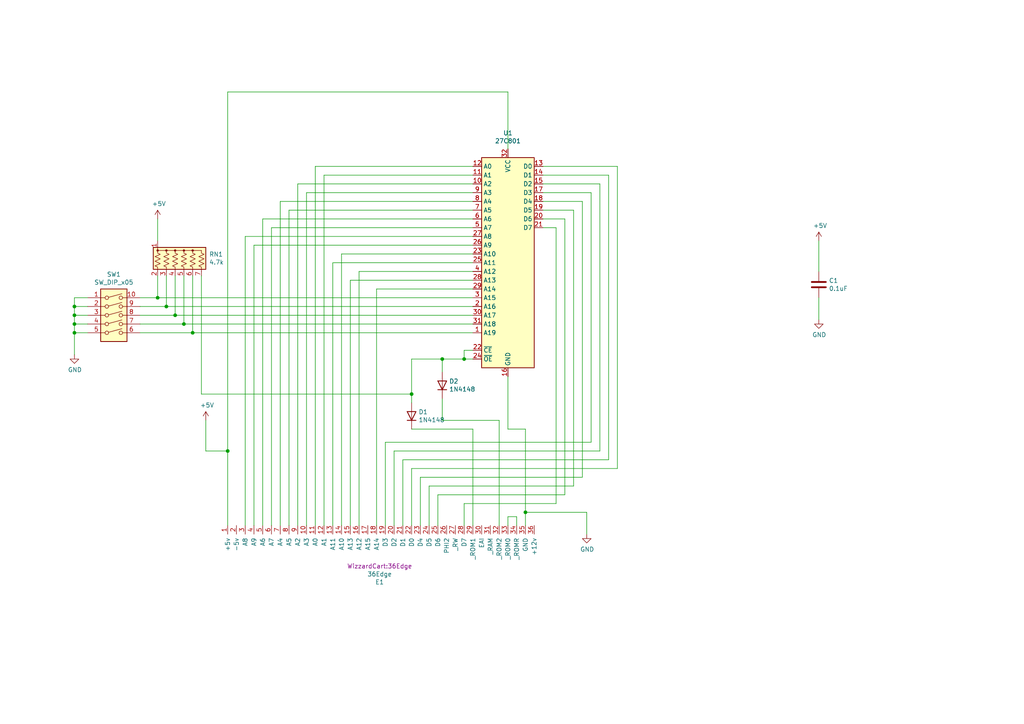
<source format=kicad_sch>
(kicad_sch (version 20231120) (generator "eeschema") (generator_version "8.0")
  (paper "A4")
  (title_block (title "Creativision MegaCart") (date "2024-08") (rev "1.2") (comment 1 "License: CA BY-SA") (comment 2 "Revised (v1.2) by DigicoolThings") (comment 3 "Originally by Cheshire Noir and Clockmeister") (comment 4 "MegaCart 32 for CreatiVision (Dick Smith Wizzard)"))
  (lib_symbols
    (symbol "Device:C" (pin_numbers hide) (pin_names (offset 0.254))
      (property "Reference" "C" (at 0.635 2.54 0))
      (property "Value" "C" (at 0.635 -2.54 0))
      (symbol "C_0_1"
        (polyline (pts (xy -2.032 -0.762) (xy 2.032 -0.762)) (stroke (width 0.508)))
        (polyline (pts (xy -2.032 0.762) (xy 2.032 0.762)) (stroke (width 0.508)))
      )
      (symbol "C_1_1"
        (pin passive line (at 0 3.81 270) (length 2.794) (name "~") (number "1"))
        (pin passive line (at 0 -3.81 90) (length 2.794) (name "~") (number "2"))
      )
    )
    (symbol "Device:R_Network06_US" (pin_names (offset 0) hide)
      (property "Reference" "RN" (at -10.16 0 90))
      (property "Value" "R_Network06_US" (at 7.62 0 90))
      (symbol "R_Network06_US_0_1"
        (rectangle (start -8.89 -3.175) (end 6.35 3.175) (stroke (width 0.254)) (fill (type background)))
        (circle (center -7.62 2.286) (radius 0.254) (fill (type outline)))
        (circle (center -5.08 2.286) (radius 0.254) (fill (type outline)))
        (circle (center -2.54 2.286) (radius 0.254) (fill (type outline)))
        (polyline (pts (xy -7.62 2.286) (xy 5.08 2.286)))
        (polyline (pts (xy -7.62 2.286) (xy -7.62 1.524) (xy -6.858 1.1684) (xy -8.382 0.508) (xy -6.858 -0.1524) (xy -8.382 -0.8382) (xy -6.858 -1.524) (xy -8.382 -2.1844) (xy -7.62 -2.54) (xy -7.62 -3.81)))
        (polyline (pts (xy -5.08 2.286) (xy -5.08 1.524) (xy -4.318 1.1684) (xy -5.842 0.508) (xy -4.318 -0.1524) (xy -5.842 -0.8382) (xy -4.318 -1.524) (xy -5.842 -2.1844) (xy -5.08 -2.54) (xy -5.08 -3.81)))
        (polyline (pts (xy -2.54 2.286) (xy -2.54 1.524) (xy -1.778 1.1684) (xy -3.302 0.508) (xy -1.778 -0.1524) (xy -3.302 -0.8382) (xy -1.778 -1.524) (xy -3.302 -2.1844) (xy -2.54 -2.54) (xy -2.54 -3.81)))
        (polyline (pts (xy 0 2.286) (xy 0 1.524) (xy 0.762 1.1684) (xy -0.762 0.508) (xy 0.762 -0.1524) (xy -0.762 -0.8382) (xy 0.762 -1.524) (xy -0.762 -2.1844) (xy 0 -2.54) (xy 0 -3.81)))
        (polyline (pts (xy 2.54 2.286) (xy 2.54 1.524) (xy 3.302 1.1684) (xy 1.778 0.508) (xy 3.302 -0.1524) (xy 1.778 -0.8382) (xy 3.302 -1.524) (xy 1.778 -2.1844) (xy 2.54 -2.54) (xy 2.54 -3.81)))
        (polyline (pts (xy 5.08 2.286) (xy 5.08 1.524) (xy 5.842 1.1684) (xy 4.318 0.508) (xy 5.842 -0.1524) (xy 4.318 -0.8382) (xy 5.842 -1.524) (xy 4.318 -2.1844) (xy 5.08 -2.54) (xy 5.08 -3.81)))
        (circle (center 0 2.286) (radius 0.254) (fill (type outline)))
        (circle (center 2.54 2.286) (radius 0.254) (fill (type outline)))
      )
      (symbol "R_Network06_US_1_1"
        (pin passive line (at -7.62 5.08 270) (length 2.54) (name "common") (number "1"))
        (pin passive line (at -7.62 -5.08 90) (length 1.27) (name "R1") (number "2"))
        (pin passive line (at -5.08 -5.08 90) (length 1.27) (name "R2") (number "3"))
        (pin passive line (at -2.54 -5.08 90) (length 1.27) (name "R3") (number "4"))
        (pin passive line (at 0 -5.08 90) (length 1.27) (name "R4") (number "5"))
        (pin passive line (at 2.54 -5.08 90) (length 1.27) (name "R5") (number "6"))
        (pin passive line (at 5.08 -5.08 90) (length 1.27) (name "R6") (number "7"))
      )
    )
    (symbol "Diode:1N4148" (pin_numbers hide) (pin_names (offset 1.016) hide)
      (property "Reference" "D" (at 0 2.54 0))
      (property "Value" "1N4148" (at 0 -2.54 0))
      (symbol "1N4148_0_1"
        (polyline (pts (xy -1.27 1.27) (xy -1.27 -1.27)) (stroke (width 0.254)))
        (polyline (pts (xy 1.27 0) (xy -1.27 0)))
        (polyline (pts (xy 1.27 1.27) (xy 1.27 -1.27) (xy -1.27 0) (xy 1.27 1.27)) (stroke (width 0.254)))
      )
      (symbol "1N4148_1_1"
        (pin passive line (at -3.81 0 0) (length 2.54) (name "K") (number "1"))
        (pin passive line (at 3.81 0 180) (length 2.54) (name "A") (number "2"))
      )
    )
    (symbol "Memory_EPROM:27C080"
      (property "Reference" "U" (at -7.62 31.75 0))
      (property "Value" "27C080" (at 2.54 -31.75 0))
      (symbol "27C080_1_1"
        (rectangle (start -7.62 30.48) (end 7.62 -30.48) (stroke (width 0.254)) (fill (type background)))
        (pin input line (at -10.16 -20.32 0) (length 2.54) (name "A19") (number "1"))
        (pin input line (at -10.16 22.86 0) (length 2.54) (name "A2") (number "10"))
        (pin input line (at -10.16 25.4 0) (length 2.54) (name "A1") (number "11"))
        (pin input line (at -10.16 27.94 0) (length 2.54) (name "A0") (number "12"))
        (pin tri_state line (at 10.16 27.94 180) (length 2.54) (name "D0") (number "13"))
        (pin tri_state line (at 10.16 25.4 180) (length 2.54) (name "D1") (number "14"))
        (pin tri_state line (at 10.16 22.86 180) (length 2.54) (name "D2") (number "15"))
        (pin power_in line (at 0 -33.02 90) (length 2.54) (name "GND") (number "16"))
        (pin tri_state line (at 10.16 20.32 180) (length 2.54) (name "D3") (number "17"))
        (pin tri_state line (at 10.16 17.78 180) (length 2.54) (name "D4") (number "18"))
        (pin tri_state line (at 10.16 15.24 180) (length 2.54) (name "D5") (number "19"))
        (pin input line (at -10.16 -12.7 0) (length 2.54) (name "A16") (number "2"))
        (pin tri_state line (at 10.16 12.7 180) (length 2.54) (name "D6") (number "20"))
        (pin tri_state line (at 10.16 10.16 180) (length 2.54) (name "D7") (number "21"))
        (pin input line (at -10.16 -25.4 0) (length 2.54) (name "~{CE}") (number "22"))
        (pin input line (at -10.16 2.54 0) (length 2.54) (name "A10") (number "23"))
        (pin input line (at -10.16 -27.94 0) (length 2.54) (name "~{OE}") (number "24"))
        (pin input line (at -10.16 0 0) (length 2.54) (name "A11") (number "25"))
        (pin input line (at -10.16 5.08 0) (length 2.54) (name "A9") (number "26"))
        (pin input line (at -10.16 7.62 0) (length 2.54) (name "A8") (number "27"))
        (pin input line (at -10.16 -5.08 0) (length 2.54) (name "A13") (number "28"))
        (pin input line (at -10.16 -7.62 0) (length 2.54) (name "A14") (number "29"))
        (pin input line (at -10.16 -10.16 0) (length 2.54) (name "A15") (number "3"))
        (pin input line (at -10.16 -15.24 0) (length 2.54) (name "A17") (number "30"))
        (pin input line (at -10.16 -17.78 0) (length 2.54) (name "A18") (number "31"))
        (pin power_in line (at 0 33.02 270) (length 2.54) (name "VCC") (number "32"))
        (pin input line (at -10.16 -2.54 0) (length 2.54) (name "A12") (number "4"))
        (pin input line (at -10.16 10.16 0) (length 2.54) (name "A7") (number "5"))
        (pin input line (at -10.16 12.7 0) (length 2.54) (name "A6") (number "6"))
        (pin input line (at -10.16 15.24 0) (length 2.54) (name "A5") (number "7"))
        (pin input line (at -10.16 17.78 0) (length 2.54) (name "A4") (number "8"))
        (pin input line (at -10.16 20.32 0) (length 2.54) (name "A3") (number "9"))
      )
    )
    (symbol "Switch:SW_DIP_x05" (pin_names (offset 0) hide)
      (property "Reference" "SW" (at 0 8.89 0))
      (property "Value" "SW_DIP_x05" (at 0 -8.89 0))
      (symbol "SW_DIP_x05_0_0"
        (circle (center -2.032 -5.08) (radius 0.508))
        (circle (center -2.032 -2.54) (radius 0.508))
        (circle (center -2.032 0) (radius 0.508))
        (circle (center -2.032 2.54) (radius 0.508))
        (circle (center -2.032 5.08) (radius 0.508))
        (polyline (pts (xy -1.524 -4.9276) (xy 2.3622 -3.8862)))
        (polyline (pts (xy -1.524 -2.3876) (xy 2.3622 -1.3462)))
        (polyline (pts (xy -1.524 0.127) (xy 2.3622 1.1684)))
        (polyline (pts (xy -1.524 2.667) (xy 2.3622 3.7084)))
        (polyline (pts (xy -1.524 5.207) (xy 2.3622 6.2484)))
        (circle (center 2.032 -5.08) (radius 0.508))
        (circle (center 2.032 -2.54) (radius 0.508))
        (circle (center 2.032 0) (radius 0.508))
        (circle (center 2.032 2.54) (radius 0.508))
        (circle (center 2.032 5.08) (radius 0.508))
      )
      (symbol "SW_DIP_x05_0_1"
        (rectangle (start -3.81 7.62) (end 3.81 -7.62) (stroke (width 0.254)) (fill (type background)))
      )
      (symbol "SW_DIP_x05_1_1"
        (pin passive line (at -7.62 5.08 0) (length 5.08) (name "~") (number "1"))
        (pin passive line (at 7.62 5.08 180) (length 5.08) (name "~") (number "10"))
        (pin passive line (at -7.62 2.54 0) (length 5.08) (name "~") (number "2"))
        (pin passive line (at -7.62 0 0) (length 5.08) (name "~") (number "3"))
        (pin passive line (at -7.62 -2.54 0) (length 5.08) (name "~") (number "4"))
        (pin passive line (at -7.62 -5.08 0) (length 5.08) (name "~") (number "5"))
        (pin passive line (at 7.62 -5.08 180) (length 5.08) (name "~") (number "6"))
        (pin passive line (at 7.62 -2.54 180) (length 5.08) (name "~") (number "7"))
        (pin passive line (at 7.62 0 180) (length 5.08) (name "~") (number "8"))
        (pin passive line (at 7.62 2.54 180) (length 5.08) (name "~") (number "9"))
      )
    )
    (symbol "WizzardCart-rescue:36Edge-EdgeConnector" (pin_names (offset 1.016))
      (property "Reference" "E" (at 0 0 0))
      (property "Value" "36Edge-EdgeConnector" (at 0 0 0))
      (property "Footprint" "WizzardCart:36Edge" (at 0 0 0))
      (symbol "36Edge-EdgeConnector_1_1"
        (pin power_in line (at -45.72 -11.43 90) (length 2.54) (name "+5v") (number "1"))
        (pin bidirectional line (at -22.86 -11.43 90) (length 2.54) (name "A3") (number "10"))
        (pin bidirectional line (at -20.32 -11.43 90) (length 2.54) (name "A0") (number "11"))
        (pin bidirectional line (at -17.78 -11.43 90) (length 2.54) (name "A1") (number "12"))
        (pin bidirectional line (at -15.24 -11.43 90) (length 2.54) (name "A11") (number "13"))
        (pin bidirectional line (at -12.7 -11.43 90) (length 2.54) (name "A10") (number "14"))
        (pin bidirectional line (at -10.16 -11.43 90) (length 2.54) (name "A13") (number "15"))
        (pin bidirectional line (at -7.62 -11.43 90) (length 2.54) (name "A12") (number "16"))
        (pin bidirectional line (at -5.08 -11.43 90) (length 2.54) (name "A15") (number "17"))
        (pin bidirectional line (at -2.54 -11.43 90) (length 2.54) (name "A14") (number "18"))
        (pin bidirectional line (at 0 -11.43 90) (length 2.54) (name "D3") (number "19"))
        (pin power_in line (at -43.18 -11.43 90) (length 2.54) (name "-5v") (number "2"))
        (pin bidirectional line (at 2.54 -11.43 90) (length 2.54) (name "D2") (number "20"))
        (pin bidirectional line (at 5.08 -11.43 90) (length 2.54) (name "D1") (number "21"))
        (pin bidirectional line (at 7.62 -11.43 90) (length 2.54) (name "D0") (number "22"))
        (pin bidirectional line (at 10.16 -11.43 90) (length 2.54) (name "D4") (number "23"))
        (pin bidirectional line (at 12.7 -11.43 90) (length 2.54) (name "D5") (number "24"))
        (pin bidirectional line (at 15.24 -11.43 90) (length 2.54) (name "D6") (number "25"))
        (pin bidirectional line (at 17.78 -11.43 90) (length 2.54) (name "PHI2") (number "26"))
        (pin bidirectional line (at 20.32 -11.43 90) (length 2.54) (name "_RW") (number "27"))
        (pin bidirectional line (at 22.86 -11.43 90) (length 2.54) (name "D7") (number "28"))
        (pin bidirectional line (at 25.4 -11.43 90) (length 2.54) (name "_ROM1") (number "29"))
        (pin bidirectional line (at -40.64 -11.43 90) (length 2.54) (name "A8") (number "3"))
        (pin bidirectional line (at 27.94 -11.43 90) (length 2.54) (name "EAI") (number "30"))
        (pin bidirectional line (at 30.48 -11.43 90) (length 2.54) (name "_RAM") (number "31"))
        (pin bidirectional line (at 33.02 -11.43 90) (length 2.54) (name "_ROM2") (number "32"))
        (pin bidirectional line (at 35.56 -11.43 90) (length 2.54) (name "_ROM0") (number "33"))
        (pin bidirectional line (at 38.1 -11.43 90) (length 2.54) (name "_ROMR") (number "34"))
        (pin power_in line (at 40.64 -11.43 90) (length 2.54) (name "GND") (number "35"))
        (pin power_in line (at 43.18 -11.43 90) (length 2.54) (name "+12v") (number "36"))
        (pin bidirectional line (at -38.1 -11.43 90) (length 2.54) (name "A9") (number "4"))
        (pin bidirectional line (at -35.56 -11.43 90) (length 2.54) (name "A6") (number "5"))
        (pin bidirectional line (at -33.02 -11.43 90) (length 2.54) (name "A7") (number "6"))
        (pin bidirectional line (at -30.48 -11.43 90) (length 2.54) (name "A4") (number "7"))
        (pin bidirectional line (at -27.94 -11.43 90) (length 2.54) (name "A5") (number "8"))
        (pin bidirectional line (at -25.4 -11.43 90) (length 2.54) (name "A2") (number "9"))
      )
    )
    (symbol "power:+5V" (power) (pin_names (offset 0))
      (property "Value" "+5V" (at 0 3.556 0))
      (symbol "+5V_0_1"
        (polyline (pts (xy -0.762 1.27) (xy 0 2.54)))
        (polyline (pts (xy 0 0) (xy 0 2.54)))
        (polyline (pts (xy 0 2.54) (xy 0.762 1.27)))
      )
      (symbol "+5V_1_1"
        (pin power_in line (at 0 0 90) (length 0) hide (name "+5V") (number "1"))
      )
    )
    (symbol "power:GND" (power) (pin_names (offset 0))
      (property "Value" "GND" (at 0 -3.81 0))
      (symbol "GND_0_1"
        (polyline (pts (xy 0 0) (xy 0 -1.27) (xy 1.27 -1.27) (xy 0 -2.54) (xy -1.27 -1.27) (xy 0 -1.27)))
      )
      (symbol "GND_1_1"
        (pin power_in line (at 0 0 270) (length 0) hide (name "GND") (number "1"))
      )
    )
  )
  (junction (at 21.59 88.9))
  (junction (at 66.04 130.81))
  (junction (at 128.27 104.14))
  (junction (at 119.38 114.3))
  (junction (at 152.4 148.59))
  (junction (at 45.72 86.36))
  (junction (at 134.62 104.14))
  (junction (at 21.59 96.52))
  (junction (at 48.26 88.9))
  (junction (at 21.59 91.44))
  (junction (at 53.34 93.98))
  (junction (at 21.59 93.98))
  (junction (at 50.8 91.44))
  (junction (at 55.88 96.52))
  (wire (pts (xy 45.72 63.5) (xy 45.72 69.85)))
  (wire (pts (xy 25.4 91.44) (xy 21.59 91.44)))
  (wire (pts (xy 104.14 78.74) (xy 137.16 78.74)))
  (wire (pts (xy 55.88 80.01) (xy 55.88 96.52)))
  (wire (pts (xy 101.6 81.28) (xy 101.6 152.4)))
  (wire (pts (xy 176.53 133.35) (xy 176.53 50.8)))
  (wire (pts (xy 111.76 152.4) (xy 111.76 128.27)))
  (wire (pts (xy 119.38 152.4) (xy 119.38 135.89)))
  (wire (pts (xy 163.83 63.5) (xy 157.48 63.5)))
  (wire (pts (xy 81.28 152.4) (xy 81.28 58.42)))
  (wire (pts (xy 179.07 135.89) (xy 179.07 48.26)))
  (wire (pts (xy 21.59 96.52) (xy 21.59 93.98)))
  (wire (pts (xy 147.32 124.46) (xy 147.32 109.22)))
  (wire (pts (xy 81.28 58.42) (xy 137.16 58.42)))
  (wire (pts (xy 121.92 152.4) (xy 121.92 138.43)))
  (wire (pts (xy 83.82 152.4) (xy 83.82 60.96)))
  (wire (pts (xy 21.59 102.87) (xy 21.59 96.52)))
  (wire (pts (xy 101.6 81.28) (xy 137.16 81.28)))
  (wire (pts (xy 53.34 80.01) (xy 53.34 93.98)))
  (wire (pts (xy 21.59 93.98) (xy 21.59 91.44)))
  (wire (pts (xy 71.12 68.58) (xy 137.16 68.58)))
  (wire (pts (xy 179.07 48.26) (xy 157.48 48.26)))
  (wire (pts (xy 91.44 48.26) (xy 137.16 48.26)))
  (wire (pts (xy 237.49 92.71) (xy 237.49 86.36)))
  (wire (pts (xy 171.45 128.27) (xy 171.45 55.88)))
  (wire (pts (xy 137.16 152.4) (xy 137.16 124.46)))
  (wire (pts (xy 99.06 73.66) (xy 137.16 73.66)))
  (wire (pts (xy 40.64 91.44) (xy 50.8 91.44)))
  (wire (pts (xy 59.69 130.81) (xy 66.04 130.81)))
  (wire (pts (xy 168.91 58.42) (xy 157.48 58.42)))
  (wire (pts (xy 170.18 148.59) (xy 152.4 148.59)))
  (wire (pts (xy 168.91 138.43) (xy 168.91 58.42)))
  (wire (pts (xy 21.59 86.36) (xy 25.4 86.36)))
  (wire (pts (xy 116.84 133.35) (xy 176.53 133.35)))
  (wire (pts (xy 134.62 101.6) (xy 134.62 104.14)))
  (wire (pts (xy 119.38 104.14) (xy 119.38 114.3)))
  (wire (pts (xy 119.38 114.3) (xy 119.38 116.84)))
  (wire (pts (xy 137.16 101.6) (xy 134.62 101.6)))
  (wire (pts (xy 91.44 152.4) (xy 91.44 48.26)))
  (wire (pts (xy 147.32 152.4) (xy 147.32 149.86)))
  (wire (pts (xy 21.59 91.44) (xy 21.59 88.9)))
  (wire (pts (xy 78.74 66.04) (xy 137.16 66.04)))
  (wire (pts (xy 134.62 146.05) (xy 134.62 152.4)))
  (wire (pts (xy 86.36 152.4) (xy 86.36 53.34)))
  (wire (pts (xy 71.12 152.4) (xy 71.12 68.58)))
  (wire (pts (xy 152.4 148.59) (xy 152.4 124.46)))
  (wire (pts (xy 48.26 88.9) (xy 137.16 88.9)))
  (wire (pts (xy 114.3 130.81) (xy 173.99 130.81)))
  (wire (pts (xy 121.92 138.43) (xy 168.91 138.43)))
  (wire (pts (xy 166.37 60.96) (xy 157.48 60.96)))
  (wire (pts (xy 96.52 152.4) (xy 96.52 76.2)))
  (wire (pts (xy 114.3 152.4) (xy 114.3 130.81)))
  (wire (pts (xy 161.29 66.04) (xy 161.29 146.05)))
  (wire (pts (xy 50.8 91.44) (xy 137.16 91.44)))
  (wire (pts (xy 93.98 152.4) (xy 93.98 50.8)))
  (wire (pts (xy 73.66 152.4) (xy 73.66 71.12)))
  (wire (pts (xy 58.42 114.3) (xy 119.38 114.3)))
  (wire (pts (xy 88.9 152.4) (xy 88.9 55.88)))
  (wire (pts (xy 170.18 154.94) (xy 170.18 148.59)))
  (wire (pts (xy 48.26 80.01) (xy 48.26 88.9)))
  (wire (pts (xy 66.04 152.4) (xy 66.04 130.81)))
  (wire (pts (xy 76.2 63.5) (xy 137.16 63.5)))
  (wire (pts (xy 127 152.4) (xy 127 143.51)))
  (wire (pts (xy 163.83 143.51) (xy 163.83 63.5)))
  (wire (pts (xy 124.46 140.97) (xy 166.37 140.97)))
  (wire (pts (xy 128.27 104.14) (xy 134.62 104.14)))
  (wire (pts (xy 144.78 121.92) (xy 128.27 121.92)))
  (wire (pts (xy 116.84 152.4) (xy 116.84 133.35)))
  (wire (pts (xy 78.74 152.4) (xy 78.74 66.04)))
  (wire (pts (xy 111.76 128.27) (xy 171.45 128.27)))
  (wire (pts (xy 40.64 88.9) (xy 48.26 88.9)))
  (wire (pts (xy 25.4 93.98) (xy 21.59 93.98)))
  (wire (pts (xy 237.49 69.85) (xy 237.49 78.74)))
  (wire (pts (xy 96.52 76.2) (xy 137.16 76.2)))
  (wire (pts (xy 134.62 104.14) (xy 137.16 104.14)))
  (wire (pts (xy 40.64 96.52) (xy 55.88 96.52)))
  (wire (pts (xy 21.59 88.9) (xy 21.59 86.36)))
  (wire (pts (xy 55.88 96.52) (xy 137.16 96.52)))
  (wire (pts (xy 166.37 140.97) (xy 166.37 60.96)))
  (wire (pts (xy 176.53 50.8) (xy 157.48 50.8)))
  (wire (pts (xy 119.38 104.14) (xy 128.27 104.14)))
  (wire (pts (xy 76.2 152.4) (xy 76.2 63.5)))
  (wire (pts (xy 40.64 93.98) (xy 53.34 93.98)))
  (wire (pts (xy 173.99 53.34) (xy 157.48 53.34)))
  (wire (pts (xy 152.4 152.4) (xy 152.4 148.59)))
  (wire (pts (xy 147.32 149.86) (xy 149.86 149.86)))
  (wire (pts (xy 25.4 96.52) (xy 21.59 96.52)))
  (wire (pts (xy 53.34 93.98) (xy 137.16 93.98)))
  (wire (pts (xy 127 143.51) (xy 163.83 143.51)))
  (wire (pts (xy 109.22 152.4) (xy 109.22 83.82)))
  (wire (pts (xy 66.04 130.81) (xy 66.04 26.67)))
  (wire (pts (xy 73.66 71.12) (xy 137.16 71.12)))
  (wire (pts (xy 58.42 114.3) (xy 58.42 80.01)))
  (wire (pts (xy 86.36 53.34) (xy 137.16 53.34)))
  (wire (pts (xy 137.16 124.46) (xy 119.38 124.46)))
  (wire (pts (xy 40.64 86.36) (xy 45.72 86.36)))
  (wire (pts (xy 161.29 146.05) (xy 134.62 146.05)))
  (wire (pts (xy 83.82 60.96) (xy 137.16 60.96)))
  (wire (pts (xy 157.48 66.04) (xy 161.29 66.04)))
  (wire (pts (xy 173.99 130.81) (xy 173.99 53.34)))
  (wire (pts (xy 25.4 88.9) (xy 21.59 88.9)))
  (wire (pts (xy 93.98 50.8) (xy 137.16 50.8)))
  (wire (pts (xy 147.32 26.67) (xy 147.32 43.18)))
  (wire (pts (xy 45.72 80.01) (xy 45.72 86.36)))
  (wire (pts (xy 99.06 152.4) (xy 99.06 73.66)))
  (wire (pts (xy 171.45 55.88) (xy 157.48 55.88)))
  (wire (pts (xy 128.27 121.92) (xy 128.27 115.57)))
  (wire (pts (xy 149.86 149.86) (xy 149.86 152.4)))
  (wire (pts (xy 128.27 107.95) (xy 128.27 104.14)))
  (wire (pts (xy 88.9 55.88) (xy 137.16 55.88)))
  (wire (pts (xy 104.14 152.4) (xy 104.14 78.74)))
  (wire (pts (xy 50.8 80.01) (xy 50.8 91.44)))
  (wire (pts (xy 144.78 152.4) (xy 144.78 121.92)))
  (wire (pts (xy 66.04 26.67) (xy 147.32 26.67)))
  (wire (pts (xy 45.72 86.36) (xy 137.16 86.36)))
  (wire (pts (xy 119.38 135.89) (xy 179.07 135.89)))
  (wire (pts (xy 152.4 124.46) (xy 147.32 124.46)))
  (wire (pts (xy 109.22 83.82) (xy 137.16 83.82)))
  (wire (pts (xy 124.46 152.4) (xy 124.46 140.97)))
  (wire (pts (xy 59.69 121.92) (xy 59.69 130.81)))
  (symbol (lib_id "WizzardCart-rescue:36Edge-EdgeConnector") (at 111.76 163.83 0) (mirror x) (unit 1)
    (property "Reference" "E1" (at 110.109 168.8338 0))
    (property "Value" "36Edge" (at 110.109 166.5224 0))
    (property "Footprint" "WizzardCart:36Edge" (at 110.109 164.211 0))
  )
  (symbol (lib_id "Memory_EPROM:27C080") (at 147.32 76.2 0) (unit 1)
    (property "Reference" "U1" (at 147.32 38.5826 0))
    (property "Value" "27C801" (at 147.32 40.894 0))
    (property "Footprint" "Package_DIP:DIP-32_W15.24mm_Socket_LongPads" (effects (hide yes)))
    (property "Datasheet" "http://ww1.microchip.com/downloads/en/devicedoc/doc0360.pdf" (effects (hide yes)))
  )
  (symbol (lib_id "Diode:1N4148") (at 119.38 120.65 90) (unit 1)
    (property "Reference" "D1" (at 121.3866 119.4816 90) (effects (justify right)))
    (property "Value" "1N4148" (at 121.3866 121.793 90) (effects (justify right)))
    (property "Footprint" "Diode_THT:D_DO-35_SOD27_P7.62mm_Horizontal" (effects (hide yes)))
    (property "Datasheet" "https://assets.nexperia.com/documents/data-sheet/1N4148_1N4448.pdf" (effects (hide yes)))
  )
  (symbol (lib_id "Diode:1N4148") (at 128.27 111.76 90) (unit 1)
    (property "Reference" "D2" (at 130.2766 110.5916 90) (effects (justify right)))
    (property "Value" "1N4148" (at 130.2766 112.903 90) (effects (justify right)))
    (property "Footprint" "Diode_THT:D_DO-35_SOD27_P7.62mm_Horizontal" (effects (hide yes)))
    (property "Datasheet" "https://assets.nexperia.com/documents/data-sheet/1N4148_1N4448.pdf" (effects (hide yes)))
  )
  (symbol (lib_id "Switch:SW_DIP_x05") (at 33.02 91.44 0) (unit 1)
    (property "Reference" "SW1" (at 33.02 79.5782 0))
    (property "Value" "SW_DIP_x05" (at 33.02 81.8896 0))
    (property "Footprint" "Package_DIP:DIP-10_W7.62mm_Socket_LongPads" (effects (hide yes)))
  )
  (symbol (lib_id "Device:C") (at 237.49 82.55 0) (unit 1)
    (property "Reference" "C1" (at 240.411 81.3816 0) (effects (justify left)))
    (property "Value" "0.1uF" (at 240.411 83.693 0) (effects (justify left)))
    (property "Footprint" "Capacitor_THT:C_Disc_D8.0mm_W2.5mm_P5.00mm" (effects (hide yes)))
  )
  (symbol (lib_id "power:+5V") (at 59.69 121.92 0) (unit 1)
    (property "Reference" "#PWR0101" (effects (hide yes)))
    (property "Value" "+5V" (at 60.071 117.5258 0))
  )
  (symbol (lib_id "power:GND") (at 170.18 154.94 0) (unit 1)
    (property "Reference" "#PWR0102" (effects (hide yes)))
    (property "Value" "GND" (at 170.307 159.3342 0))
  )
  (symbol (lib_id "power:GND") (at 237.49 92.71 0) (unit 1)
    (property "Reference" "#PWR0103" (effects (hide yes)))
    (property "Value" "GND" (at 237.617 97.1042 0))
  )
  (symbol (lib_id "power:+5V") (at 237.49 69.85 0) (unit 1)
    (property "Reference" "#PWR0104" (effects (hide yes)))
    (property "Value" "+5V" (at 237.871 65.4558 0))
  )
  (symbol (lib_id "power:GND") (at 21.59 102.87 0) (unit 1)
    (property "Reference" "#PWR0105" (effects (hide yes)))
    (property "Value" "GND" (at 21.717 107.2642 0))
  )
  (symbol (lib_id "power:+5V") (at 45.72 63.5 0) (unit 1)
    (property "Reference" "#PWR0106" (effects (hide yes)))
    (property "Value" "+5V" (at 46.101 59.1058 0))
  )
  (symbol (lib_id "Device:R_Network06_US") (at 53.34 74.93 0) (unit 1)
    (property "Reference" "RN1" (at 60.6552 73.7616 0) (effects (justify left)))
    (property "Value" "4.7k" (at 60.6552 76.073 0) (effects (justify left)))
    (property "Footprint" "Resistor_THT:R_Array_SIP7" (effects (hide yes)))
    (property "Datasheet" "http://www.vishay.com/docs/31509/csc.pdf" (effects (hide yes)))
  )
)
</source>
